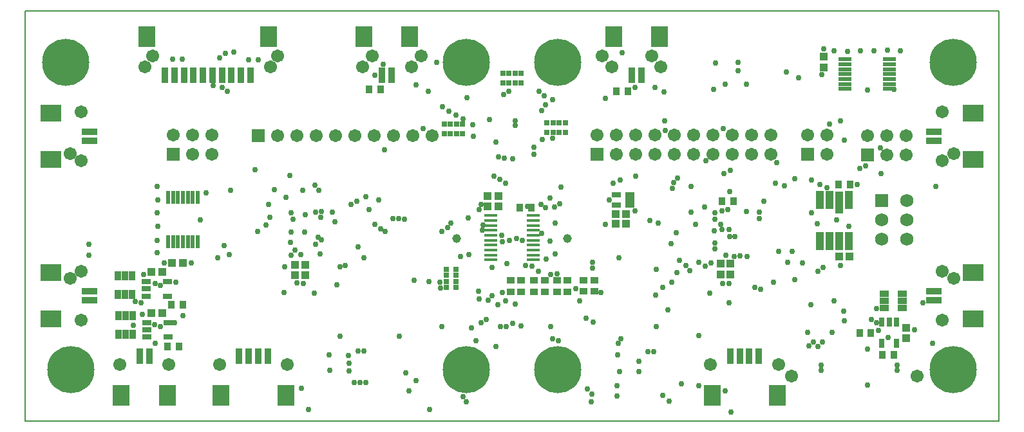
<source format=gbs>
G04*
G04 #@! TF.GenerationSoftware,Altium Limited,Altium Designer,18.1.9 (240)*
G04*
G04 Layer_Color=16711935*
%FSLAX44Y44*%
%MOMM*%
G71*
G01*
G75*
%ADD13C,0.2000*%
%ADD51R,2.0032X0.9032*%
%ADD52R,2.8032X2.2032*%
%ADD53R,0.9032X2.0032*%
%ADD54R,2.2032X2.8032*%
%ADD57R,0.9032X1.1032*%
%ADD58R,1.1032X0.9032*%
%ADD59R,1.0032X1.1032*%
%ADD60R,1.2032X0.6732*%
%ADD61R,1.3032X0.8032*%
%ADD62R,1.1032X1.0032*%
%ADD69R,0.8032X0.8032*%
%ADD73C,1.7272*%
%ADD74R,1.7272X1.7272*%
%ADD75C,1.7032*%
%ADD76R,1.7032X1.7032*%
%ADD78C,0.7620*%
%ADD79C,6.2032*%
%ADD100R,0.5588X1.6764*%
%ADD101R,0.8532X1.3032*%
%ADD102R,1.7532X0.4532*%
%ADD103R,0.8032X0.8032*%
%ADD104R,1.1032X2.4532*%
%ADD105R,1.1032X3.0032*%
%ADD106R,0.8032X1.3032*%
%ADD107R,1.3032X0.8532*%
%ADD108R,1.6764X0.5588*%
%ADD109C,1.1684*%
D13*
X1280000D01*
Y540000D01*
X0D02*
X1280000D01*
X0Y0D02*
Y540000D01*
D51*
X85000Y381250D02*
D03*
Y368750D02*
D03*
Y171250D02*
D03*
Y158750D02*
D03*
X1195000Y368750D02*
D03*
Y381250D02*
D03*
Y158750D02*
D03*
Y171250D02*
D03*
D52*
X34000Y405250D02*
D03*
Y344750D02*
D03*
Y195250D02*
D03*
Y134750D02*
D03*
X1246000Y344750D02*
D03*
Y405250D02*
D03*
Y134750D02*
D03*
Y195250D02*
D03*
D53*
X258750Y455000D02*
D03*
X246250D02*
D03*
X233750D02*
D03*
X296250D02*
D03*
X283750D02*
D03*
X271250D02*
D03*
X221250D02*
D03*
X208750D02*
D03*
X196250D02*
D03*
X183750D02*
D03*
X964500Y85000D02*
D03*
X927000D02*
D03*
X939500D02*
D03*
X952000D02*
D03*
X318750D02*
D03*
X281250D02*
D03*
X293750D02*
D03*
X306250D02*
D03*
X481700Y455000D02*
D03*
X469200D02*
D03*
X810000Y455000D02*
D03*
X797500D02*
D03*
X150500Y85000D02*
D03*
X163000D02*
D03*
D54*
X320250Y506000D02*
D03*
X159750D02*
D03*
X903000Y34000D02*
D03*
X988500D02*
D03*
X257250D02*
D03*
X342750D02*
D03*
X505700Y506000D02*
D03*
X445200D02*
D03*
X834000Y506000D02*
D03*
X773500D02*
D03*
X126500Y34000D02*
D03*
X187000D02*
D03*
D57*
X467500Y437000D02*
D03*
X452500D02*
D03*
X650500Y281000D02*
D03*
X665500D02*
D03*
X792500Y434000D02*
D03*
X777500D02*
D03*
X1084500Y311000D02*
D03*
X1069500D02*
D03*
X1112000Y116000D02*
D03*
X1097000D02*
D03*
X931426Y289000D02*
D03*
X916426D02*
D03*
X202000Y98000D02*
D03*
X187000D02*
D03*
X1126882Y87000D02*
D03*
X1141882D02*
D03*
X207500Y153000D02*
D03*
X192500D02*
D03*
D58*
X638000Y170250D02*
D03*
Y185250D02*
D03*
X652000Y170250D02*
D03*
Y185250D02*
D03*
X669000Y170250D02*
D03*
Y185250D02*
D03*
X683000Y170250D02*
D03*
Y185250D02*
D03*
X699000Y170250D02*
D03*
Y185250D02*
D03*
X734000Y170500D02*
D03*
Y185500D02*
D03*
X748000Y170500D02*
D03*
Y185500D02*
D03*
X713000Y170250D02*
D03*
Y185250D02*
D03*
D59*
X180000Y196000D02*
D03*
X166000D02*
D03*
X621999Y296000D02*
D03*
X607999D02*
D03*
X622000Y283000D02*
D03*
X608000D02*
D03*
X1069810Y217000D02*
D03*
X1083810D02*
D03*
X207000Y208000D02*
D03*
X193000D02*
D03*
X166000Y142000D02*
D03*
X180000D02*
D03*
X790000Y259648D02*
D03*
X776000D02*
D03*
Y272740D02*
D03*
X790000D02*
D03*
D60*
X795000Y297558D02*
D03*
Y284558D02*
D03*
X777000Y297558D02*
D03*
Y284558D02*
D03*
X795000Y291058D02*
D03*
D61*
X188000Y110500D02*
D03*
Y129500D02*
D03*
X160000D02*
D03*
Y120000D02*
D03*
Y110500D02*
D03*
X187160Y164485D02*
D03*
Y183485D02*
D03*
X159160D02*
D03*
Y173985D02*
D03*
Y164485D02*
D03*
D62*
X368025Y192000D02*
D03*
Y206000D02*
D03*
X355025Y192000D02*
D03*
Y206000D02*
D03*
X1050000Y479500D02*
D03*
Y465500D02*
D03*
X1158480Y109000D02*
D03*
Y123000D02*
D03*
X927000Y207000D02*
D03*
Y193000D02*
D03*
X914000Y207000D02*
D03*
Y193000D02*
D03*
D69*
X566500Y175750D02*
D03*
Y183750D02*
D03*
Y191750D02*
D03*
Y199750D02*
D03*
X553500D02*
D03*
Y191750D02*
D03*
Y183750D02*
D03*
Y175750D02*
D03*
D73*
X1159010Y239600D02*
D03*
Y265000D02*
D03*
Y290400D02*
D03*
X1125990Y239600D02*
D03*
Y265000D02*
D03*
D74*
Y290400D02*
D03*
D75*
X980800Y376291D02*
D03*
Y350891D02*
D03*
X955400Y376291D02*
D03*
Y350891D02*
D03*
X930000Y376291D02*
D03*
Y350891D02*
D03*
X904600Y376291D02*
D03*
Y350891D02*
D03*
X879200Y376291D02*
D03*
Y350891D02*
D03*
X853800Y376291D02*
D03*
Y350891D02*
D03*
X828400Y376291D02*
D03*
Y350891D02*
D03*
X803000Y376291D02*
D03*
Y350891D02*
D03*
X777600Y376291D02*
D03*
Y350891D02*
D03*
X752200Y376291D02*
D03*
X331800Y375878D02*
D03*
X382600D02*
D03*
X408000D02*
D03*
X433400D02*
D03*
X458800D02*
D03*
X484200D02*
D03*
X509600D02*
D03*
X535000D02*
D03*
X357200D02*
D03*
X245400Y376291D02*
D03*
Y350891D02*
D03*
X220000Y376291D02*
D03*
Y350891D02*
D03*
X194600Y376291D02*
D03*
X1054400Y376400D02*
D03*
Y351000D02*
D03*
X1029000Y376400D02*
D03*
X1107600Y375650D02*
D03*
X1133000Y350250D02*
D03*
Y375650D02*
D03*
X1158400Y350250D02*
D03*
Y375650D02*
D03*
X59000Y187750D02*
D03*
Y352250D02*
D03*
X1221000D02*
D03*
Y187750D02*
D03*
X322250Y466000D02*
D03*
X157750D02*
D03*
X167750Y481000D02*
D03*
X332250D02*
D03*
X1172250Y59000D02*
D03*
X1007750D02*
D03*
X901000Y74000D02*
D03*
X990500D02*
D03*
X255250D02*
D03*
X344750D02*
D03*
X456000Y481000D02*
D03*
X520500D02*
D03*
X507700Y466000D02*
D03*
X443200D02*
D03*
X759000Y481000D02*
D03*
X823500D02*
D03*
X836000Y466000D02*
D03*
X771500D02*
D03*
X74000Y407250D02*
D03*
Y342750D02*
D03*
Y197250D02*
D03*
Y132750D02*
D03*
X1206000Y342750D02*
D03*
Y407250D02*
D03*
Y132750D02*
D03*
Y197250D02*
D03*
X124500Y74000D02*
D03*
X189000D02*
D03*
D76*
X752200Y350891D02*
D03*
X306400Y375878D02*
D03*
X194600Y350891D02*
D03*
X1029000Y351000D02*
D03*
X1107600Y350250D02*
D03*
D78*
X779000Y87000D02*
D03*
X1169000Y120000D02*
D03*
X1179998Y156000D02*
D03*
X238000Y300000D02*
D03*
X142000Y126000D02*
D03*
X1071500Y204500D02*
D03*
X926000Y302000D02*
D03*
X347775Y323000D02*
D03*
X693000Y372000D02*
D03*
X644392Y395553D02*
D03*
X522882Y385000D02*
D03*
X680000Y370641D02*
D03*
X145000Y157000D02*
D03*
X773000Y313237D02*
D03*
X557000Y408000D02*
D03*
X632000Y313237D02*
D03*
X630000Y346000D02*
D03*
X641000Y345144D02*
D03*
X875000Y308750D02*
D03*
X895000Y342501D02*
D03*
X987655Y339945D02*
D03*
X852421Y314000D02*
D03*
X851000Y306000D02*
D03*
X858000Y320000D02*
D03*
X400722Y66311D02*
D03*
X154000Y140000D02*
D03*
X622000Y347491D02*
D03*
X596449Y278354D02*
D03*
X1197000Y308750D02*
D03*
X940020Y217810D02*
D03*
X932001Y216999D02*
D03*
X949000Y216851D02*
D03*
X917004Y181000D02*
D03*
X925000D02*
D03*
X926586Y242648D02*
D03*
X933017D02*
D03*
X925295Y156000D02*
D03*
X900000Y168429D02*
D03*
X1000746Y460000D02*
D03*
X762624Y259024D02*
D03*
X340525Y169525D02*
D03*
X380525Y168429D02*
D03*
X641036Y128334D02*
D03*
X389586Y238260D02*
D03*
X385000Y242000D02*
D03*
X177858Y178540D02*
D03*
X152500Y156000D02*
D03*
X207500Y154000D02*
D03*
Y139000D02*
D03*
X171000Y102500D02*
D03*
X1054000Y307000D02*
D03*
X465000Y291250D02*
D03*
X472500Y357500D02*
D03*
X1125000Y326000D02*
D03*
X1094000Y311000D02*
D03*
X1012000Y319000D02*
D03*
X841472Y382472D02*
D03*
X918000Y385000D02*
D03*
X1105000Y336000D02*
D03*
X1096928Y332928D02*
D03*
X1112856Y133856D02*
D03*
X1118998Y129000D02*
D03*
X860000Y211320D02*
D03*
X848806Y233330D02*
D03*
X856484Y195152D02*
D03*
X821000Y264000D02*
D03*
X832000Y260320D02*
D03*
X782144Y317144D02*
D03*
X803000Y322449D02*
D03*
X829000Y166000D02*
D03*
X729000Y157955D02*
D03*
X757006Y169500D02*
D03*
X838522Y176000D02*
D03*
X850000Y182465D02*
D03*
X868856Y205000D02*
D03*
X925000Y252443D02*
D03*
X514000Y442500D02*
D03*
X541000Y472500D02*
D03*
X328000Y305000D02*
D03*
X744262Y25514D02*
D03*
X196000Y129500D02*
D03*
X198000Y183000D02*
D03*
X579999Y25000D02*
D03*
X575999Y32000D02*
D03*
X700906Y105406D02*
D03*
X692999Y108000D02*
D03*
X746000Y201737D02*
D03*
X746393Y130501D02*
D03*
X1107000Y95000D02*
D03*
X746000Y209334D02*
D03*
X737000Y135000D02*
D03*
X1127334Y89000D02*
D03*
X1192500Y102000D02*
D03*
X724000Y174334D02*
D03*
X644000Y154000D02*
D03*
X781000Y215000D02*
D03*
X830000Y200000D02*
D03*
X881352Y258648D02*
D03*
X685000Y213000D02*
D03*
X1134099Y109967D02*
D03*
X1076000Y144313D02*
D03*
X1077000Y131513D02*
D03*
X1061000Y117000D02*
D03*
X1063793Y158334D02*
D03*
X587000Y123000D02*
D03*
X678819Y409181D02*
D03*
X693000Y423151D02*
D03*
X682000Y428485D02*
D03*
X675931Y434000D02*
D03*
X606000Y134000D02*
D03*
X599000Y129000D02*
D03*
X511000Y185000D02*
D03*
X531000Y183485D02*
D03*
X545000Y183000D02*
D03*
X546000Y175000D02*
D03*
X529999Y433999D02*
D03*
X459601Y455000D02*
D03*
X471000Y470000D02*
D03*
X589000Y375000D02*
D03*
X588000Y390000D02*
D03*
X785000Y485000D02*
D03*
X841000Y395553D02*
D03*
X840000Y433000D02*
D03*
X801780Y439220D02*
D03*
X828000Y439000D02*
D03*
X84000Y218000D02*
D03*
Y233000D02*
D03*
X581000Y426000D02*
D03*
X684000Y416000D02*
D03*
X763000Y425000D02*
D03*
X1142037Y437000D02*
D03*
X704331Y308000D02*
D03*
X668501Y351000D02*
D03*
X802000Y277075D02*
D03*
X767689Y290794D02*
D03*
X668495Y360186D02*
D03*
X619100Y367000D02*
D03*
X616000Y322449D02*
D03*
X624000Y318580D02*
D03*
X644392Y389392D02*
D03*
X610000Y397000D02*
D03*
X635607Y434000D02*
D03*
X629430Y429570D02*
D03*
X549000Y413653D02*
D03*
X575312Y397651D02*
D03*
X566000Y402985D02*
D03*
X381000Y310810D02*
D03*
X386000Y304000D02*
D03*
X268750Y219060D02*
D03*
X261380Y230620D02*
D03*
X739000Y42000D02*
D03*
X885500Y46186D02*
D03*
X920230Y39252D02*
D03*
X183000Y208000D02*
D03*
X183750Y450250D02*
D03*
X367485Y249000D02*
D03*
X350000D02*
D03*
X362000Y219000D02*
D03*
X316999Y257999D02*
D03*
X322000Y268206D02*
D03*
X388000Y220000D02*
D03*
X382000Y233000D02*
D03*
X350000Y273750D02*
D03*
X368000Y272000D02*
D03*
X352000Y266000D02*
D03*
X342750Y294750D02*
D03*
X256000Y478000D02*
D03*
X263000Y484000D02*
D03*
X274000Y486000D02*
D03*
X320000Y285000D02*
D03*
X452000Y278000D02*
D03*
X447999Y294999D02*
D03*
X436000Y289000D02*
D03*
X253000Y215000D02*
D03*
X266000Y434000D02*
D03*
X258750Y439501D02*
D03*
X247000Y442000D02*
D03*
X196250Y450328D02*
D03*
X283750Y451142D02*
D03*
X296250Y450892D02*
D03*
X306250Y475243D02*
D03*
X293750Y475750D02*
D03*
X206250Y476750D02*
D03*
X193750Y476750D02*
D03*
X410000Y179333D02*
D03*
X499000Y266105D02*
D03*
X483758Y266559D02*
D03*
X444971Y215000D02*
D03*
X491000Y266343D02*
D03*
X355000Y225000D02*
D03*
X349000Y235000D02*
D03*
X340775Y203000D02*
D03*
X349694Y218000D02*
D03*
X357275Y182000D02*
D03*
X428000Y285428D02*
D03*
X381791Y275209D02*
D03*
X689727Y294000D02*
D03*
X696000Y282000D02*
D03*
X678000Y285000D02*
D03*
X684000Y281000D02*
D03*
X599500Y285001D02*
D03*
X555000Y255000D02*
D03*
X559620Y261000D02*
D03*
X473540Y249540D02*
D03*
X547524D02*
D03*
X467650Y253350D02*
D03*
X459351Y259000D02*
D03*
X600999Y251000D02*
D03*
X602270Y257857D02*
D03*
X389000Y268000D02*
D03*
X404000Y274648D02*
D03*
X407000Y262000D02*
D03*
X413999Y203000D02*
D03*
X421000Y205000D02*
D03*
X918592Y326000D02*
D03*
X927000Y330201D02*
D03*
X302000Y331250D02*
D03*
X270000Y303942D02*
D03*
X389791Y276250D02*
D03*
X892998Y281999D02*
D03*
X365000Y304000D02*
D03*
X965000Y266648D02*
D03*
X1045000Y311000D02*
D03*
X948482Y443280D02*
D03*
X998000Y310000D02*
D03*
X916000Y252000D02*
D03*
X886000Y209000D02*
D03*
X902000Y208000D02*
D03*
X1049000Y202000D02*
D03*
X959000Y176000D02*
D03*
X1034000Y317000D02*
D03*
X986000Y313000D02*
D03*
X920482Y443280D02*
D03*
X1041993Y197334D02*
D03*
X967000Y173000D02*
D03*
X856000Y247698D02*
D03*
X894000Y204000D02*
D03*
X873799Y198000D02*
D03*
X1002334Y209334D02*
D03*
X1021653Y208000D02*
D03*
X1008463Y223000D02*
D03*
X990436Y223135D02*
D03*
X948000Y276250D02*
D03*
X875054Y274648D02*
D03*
X1122000Y119000D02*
D03*
X1119000Y148000D02*
D03*
X1011998Y186000D02*
D03*
X984000Y183000D02*
D03*
X906998Y274000D02*
D03*
X923925Y278074D02*
D03*
X913998Y259000D02*
D03*
X448000Y51000D02*
D03*
X514000Y53000D02*
D03*
X499999Y63000D02*
D03*
X592999Y106000D02*
D03*
X619070Y98070D02*
D03*
X745000Y35000D02*
D03*
X691000Y124147D02*
D03*
X844608Y146653D02*
D03*
X916426Y277075D02*
D03*
X906352Y226648D02*
D03*
X907000Y234000D02*
D03*
X965352Y274648D02*
D03*
X218000Y208000D02*
D03*
X305458Y249648D02*
D03*
X438000Y229000D02*
D03*
X366025Y181000D02*
D03*
X703000Y286250D02*
D03*
X571999Y217000D02*
D03*
X613999Y202000D02*
D03*
X633650Y207316D02*
D03*
X582500Y267001D02*
D03*
X665999Y204000D02*
D03*
X657669Y205000D02*
D03*
X674999Y197000D02*
D03*
X691000Y193000D02*
D03*
X699000Y194000D02*
D03*
X660591Y283000D02*
D03*
X679000Y247210D02*
D03*
X689845Y236542D02*
D03*
X646350Y240000D02*
D03*
X654000Y238000D02*
D03*
X637000D02*
D03*
X626999Y235999D02*
D03*
X626500Y244500D02*
D03*
X697150Y219680D02*
D03*
X583000Y219530D02*
D03*
X697165Y260306D02*
D03*
X230500Y264501D02*
D03*
X173750Y238000D02*
D03*
Y221250D02*
D03*
X174500Y256250D02*
D03*
X173750Y273750D02*
D03*
X174250Y291250D02*
D03*
X173750Y308750D02*
D03*
X491500Y111500D02*
D03*
X885500Y112500D02*
D03*
X830000Y124147D02*
D03*
X547411Y124147D02*
D03*
X504500Y39500D02*
D03*
X363000Y43000D02*
D03*
X425750Y76000D02*
D03*
X426000Y66000D02*
D03*
X425000Y86000D02*
D03*
X433000Y51000D02*
D03*
X440000D02*
D03*
X372500Y15500D02*
D03*
X531500Y15500D02*
D03*
X414000Y112000D02*
D03*
X624999Y124000D02*
D03*
X838000Y34000D02*
D03*
X847000Y26000D02*
D03*
X596999Y161000D02*
D03*
X608392Y159000D02*
D03*
X621000Y153190D02*
D03*
X614000Y165000D02*
D03*
X632000Y158000D02*
D03*
X596284Y170494D02*
D03*
X178000Y124000D02*
D03*
X170250Y127000D02*
D03*
X171000Y181000D02*
D03*
X156000Y193000D02*
D03*
X778413Y32752D02*
D03*
X778166Y46000D02*
D03*
X863000Y48876D02*
D03*
X779444Y102556D02*
D03*
X783500Y108500D02*
D03*
X627000Y169000D02*
D03*
X632278Y124000D02*
D03*
X651582Y125000D02*
D03*
X1057667Y391334D02*
D03*
X1071476Y395553D02*
D03*
X1076810Y370000D02*
D03*
X1107000Y435798D02*
D03*
X1047000Y456000D02*
D03*
X1050000Y490000D02*
D03*
X1124000Y360000D02*
D03*
X1030000Y99000D02*
D03*
X1035943Y103943D02*
D03*
X1042190Y98000D02*
D03*
X1048000Y104000D02*
D03*
X1033000Y153000D02*
D03*
X1029000Y117000D02*
D03*
X907000Y266000D02*
D03*
X970852Y289648D02*
D03*
X1034000Y274000D02*
D03*
X1040941Y259648D02*
D03*
X1066500Y265000D02*
D03*
X1083000Y256000D02*
D03*
X906132Y250648D02*
D03*
X920750Y218500D02*
D03*
X1017000Y452000D02*
D03*
X904810Y437000D02*
D03*
X907873Y471063D02*
D03*
X936880Y461493D02*
D03*
X936810Y472000D02*
D03*
X399971Y86811D02*
D03*
X781722Y65252D02*
D03*
X807000Y64941D02*
D03*
Y79000D02*
D03*
X1080972Y487046D02*
D03*
X1098472Y487322D02*
D03*
X1133473Y488322D02*
D03*
X1150972Y487878D02*
D03*
X438000Y92059D02*
D03*
X444971D02*
D03*
X819000Y91000D02*
D03*
X825971D02*
D03*
X1146250Y66561D02*
D03*
Y73750D02*
D03*
X1046250Y66311D02*
D03*
Y73781D02*
D03*
X1107500Y47000D02*
D03*
X928000Y12000D02*
D03*
X1115972Y487822D02*
D03*
X1063000Y487322D02*
D03*
D79*
X580000Y67500D02*
D03*
Y472500D02*
D03*
X700000Y67500D02*
D03*
Y472500D02*
D03*
X1220000D02*
D03*
Y67500D02*
D03*
X53000Y472500D02*
D03*
X60000Y67500D02*
D03*
D100*
X187942Y236040D02*
D03*
X194546D02*
D03*
X200896D02*
D03*
X207500D02*
D03*
X214104D02*
D03*
X220454D02*
D03*
X227058D02*
D03*
Y294460D02*
D03*
X220454D02*
D03*
X214104D02*
D03*
X207500D02*
D03*
X200896D02*
D03*
X194546D02*
D03*
X187942D02*
D03*
D101*
X121750Y191000D02*
D03*
X131250D02*
D03*
X140750D02*
D03*
Y167000D02*
D03*
X131250D02*
D03*
X121750D02*
D03*
X122750Y138502D02*
D03*
X132250D02*
D03*
X141750D02*
D03*
Y114502D02*
D03*
X132250D02*
D03*
X122750D02*
D03*
D102*
X612000Y212000D02*
D03*
Y218500D02*
D03*
Y225000D02*
D03*
Y231500D02*
D03*
Y238000D02*
D03*
Y244500D02*
D03*
Y251000D02*
D03*
Y257500D02*
D03*
Y264000D02*
D03*
Y270500D02*
D03*
X668000Y212000D02*
D03*
Y218500D02*
D03*
Y225000D02*
D03*
Y231500D02*
D03*
Y238000D02*
D03*
Y244500D02*
D03*
Y251000D02*
D03*
Y257500D02*
D03*
Y264000D02*
D03*
Y270500D02*
D03*
D103*
X710000Y393000D02*
D03*
X702000D02*
D03*
X694000D02*
D03*
X686000D02*
D03*
Y380000D02*
D03*
X694000D02*
D03*
X702000D02*
D03*
X710000D02*
D03*
X628000Y445000D02*
D03*
X636000D02*
D03*
X644000D02*
D03*
X652000D02*
D03*
Y458000D02*
D03*
X644000D02*
D03*
X636000D02*
D03*
X628000D02*
D03*
X575000Y378000D02*
D03*
X567000D02*
D03*
X559000D02*
D03*
X551000D02*
D03*
Y391000D02*
D03*
X559000D02*
D03*
X567000D02*
D03*
X575000D02*
D03*
D104*
X1045000Y237250D02*
D03*
X1057500D02*
D03*
X1070500D02*
D03*
X1083000D02*
D03*
Y290750D02*
D03*
X1057500D02*
D03*
X1045000D02*
D03*
D105*
X1070500Y288000D02*
D03*
D106*
X1126382Y102250D02*
D03*
X1145382D02*
D03*
Y130250D02*
D03*
X1135882D02*
D03*
X1126382D02*
D03*
D107*
X1153382Y167500D02*
D03*
Y158000D02*
D03*
Y148500D02*
D03*
X1129382D02*
D03*
Y158000D02*
D03*
Y167500D02*
D03*
D108*
X1078080Y476304D02*
D03*
Y469700D02*
D03*
Y463350D02*
D03*
Y456746D02*
D03*
Y450142D02*
D03*
Y443792D02*
D03*
Y437188D02*
D03*
X1136500D02*
D03*
Y443792D02*
D03*
Y450142D02*
D03*
Y456746D02*
D03*
Y463350D02*
D03*
Y469700D02*
D03*
Y476304D02*
D03*
D109*
X566950Y240000D02*
D03*
X713050D02*
D03*
M02*

</source>
